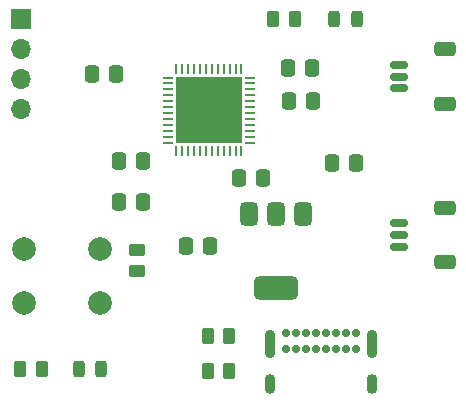
<source format=gbr>
%TF.GenerationSoftware,KiCad,Pcbnew,8.0.5*%
%TF.CreationDate,2025-10-28T17:55:05-05:00*%
%TF.ProjectId,Microcontroller,4d696372-6f63-46f6-9e74-726f6c6c6572,rev?*%
%TF.SameCoordinates,Original*%
%TF.FileFunction,Soldermask,Top*%
%TF.FilePolarity,Negative*%
%FSLAX46Y46*%
G04 Gerber Fmt 4.6, Leading zero omitted, Abs format (unit mm)*
G04 Created by KiCad (PCBNEW 8.0.5) date 2025-10-28 17:55:05*
%MOMM*%
%LPD*%
G01*
G04 APERTURE LIST*
G04 Aperture macros list*
%AMRoundRect*
0 Rectangle with rounded corners*
0 $1 Rounding radius*
0 $2 $3 $4 $5 $6 $7 $8 $9 X,Y pos of 4 corners*
0 Add a 4 corners polygon primitive as box body*
4,1,4,$2,$3,$4,$5,$6,$7,$8,$9,$2,$3,0*
0 Add four circle primitives for the rounded corners*
1,1,$1+$1,$2,$3*
1,1,$1+$1,$4,$5*
1,1,$1+$1,$6,$7*
1,1,$1+$1,$8,$9*
0 Add four rect primitives between the rounded corners*
20,1,$1+$1,$2,$3,$4,$5,0*
20,1,$1+$1,$4,$5,$6,$7,0*
20,1,$1+$1,$6,$7,$8,$9,0*
20,1,$1+$1,$8,$9,$2,$3,0*%
G04 Aperture macros list end*
%ADD10RoundRect,0.250000X0.262500X0.450000X-0.262500X0.450000X-0.262500X-0.450000X0.262500X-0.450000X0*%
%ADD11RoundRect,0.250000X-0.337500X-0.475000X0.337500X-0.475000X0.337500X0.475000X-0.337500X0.475000X0*%
%ADD12C,2.000000*%
%ADD13RoundRect,0.243750X0.243750X0.456250X-0.243750X0.456250X-0.243750X-0.456250X0.243750X-0.456250X0*%
%ADD14C,0.700000*%
%ADD15O,0.900000X2.400000*%
%ADD16O,0.900000X1.700000*%
%ADD17RoundRect,0.150000X0.625000X-0.150000X0.625000X0.150000X-0.625000X0.150000X-0.625000X-0.150000X0*%
%ADD18RoundRect,0.250000X0.650000X-0.350000X0.650000X0.350000X-0.650000X0.350000X-0.650000X-0.350000X0*%
%ADD19RoundRect,0.375000X-0.375000X0.625000X-0.375000X-0.625000X0.375000X-0.625000X0.375000X0.625000X0*%
%ADD20RoundRect,0.500000X-1.400000X0.500000X-1.400000X-0.500000X1.400000X-0.500000X1.400000X0.500000X0*%
%ADD21RoundRect,0.250000X-0.262500X-0.450000X0.262500X-0.450000X0.262500X0.450000X-0.262500X0.450000X0*%
%ADD22RoundRect,0.062500X0.062500X-0.375000X0.062500X0.375000X-0.062500X0.375000X-0.062500X-0.375000X0*%
%ADD23RoundRect,0.062500X0.375000X-0.062500X0.375000X0.062500X-0.375000X0.062500X-0.375000X-0.062500X0*%
%ADD24R,5.600000X5.600000*%
%ADD25R,1.700000X1.700000*%
%ADD26O,1.700000X1.700000*%
%ADD27RoundRect,0.250000X-0.450000X0.262500X-0.450000X-0.262500X0.450000X-0.262500X0.450000X0.262500X0*%
G04 APERTURE END LIST*
D10*
%TO.C,R5*%
X98535000Y-134120000D03*
X96710000Y-134120000D03*
%TD*%
%TO.C,5.1*%
X98535000Y-137070000D03*
X96710000Y-137070000D03*
%TD*%
D11*
%TO.C,C6*%
X105637500Y-114230000D03*
X103562500Y-114230000D03*
%TD*%
%TO.C,C4*%
X91277500Y-119300000D03*
X89202500Y-119300000D03*
%TD*%
%TO.C,C7*%
X94845000Y-126510000D03*
X96920000Y-126510000D03*
%TD*%
D12*
%TO.C,SW1*%
X81130000Y-126810000D03*
X87630000Y-126810000D03*
X81130000Y-131310000D03*
X87630000Y-131310000D03*
%TD*%
D13*
%TO.C,D2*%
X109320000Y-107300000D03*
X107445000Y-107300000D03*
%TD*%
D14*
%TO.C,USBC1*%
X103330000Y-133870000D03*
X104180000Y-133870000D03*
X105030000Y-133870000D03*
X105880000Y-133870000D03*
X106730000Y-133870000D03*
X107580000Y-133870000D03*
X108430000Y-133870000D03*
X109280000Y-133870000D03*
X109280000Y-135220000D03*
X108430000Y-135220000D03*
X107580000Y-135220000D03*
X106730000Y-135220000D03*
X105880000Y-135220000D03*
X105030000Y-135220000D03*
X104180000Y-135220000D03*
X103330000Y-135220000D03*
D15*
X101980000Y-134850000D03*
D16*
X101980000Y-138230000D03*
D15*
X110630000Y-134850000D03*
D16*
X110630000Y-138230000D03*
%TD*%
D17*
%TO.C,J3*%
X112920000Y-113170000D03*
X112920000Y-112170000D03*
X112920000Y-111170000D03*
D18*
X116795000Y-114470000D03*
X116795000Y-109870000D03*
%TD*%
D11*
%TO.C,C1*%
X99325000Y-120720000D03*
X101400000Y-120720000D03*
%TD*%
D19*
%TO.C,PWRregu1*%
X104790000Y-123810000D03*
X102490000Y-123810000D03*
D20*
X102490000Y-130110000D03*
D19*
X100190000Y-123810000D03*
%TD*%
D21*
%TO.C,R2*%
X102285000Y-107300000D03*
X104110000Y-107300000D03*
%TD*%
D22*
%TO.C,U3*%
X94070000Y-118445000D03*
X94570000Y-118445000D03*
X95070000Y-118445000D03*
X95570000Y-118445000D03*
X96070000Y-118445000D03*
X96570000Y-118445000D03*
X97070000Y-118445000D03*
X97570000Y-118445000D03*
X98070000Y-118445000D03*
X98570000Y-118445000D03*
X99070000Y-118445000D03*
X99570000Y-118445000D03*
D23*
X100257500Y-117757500D03*
X100257500Y-117257500D03*
X100257500Y-116757500D03*
X100257500Y-116257500D03*
X100257500Y-115757500D03*
X100257500Y-115257500D03*
X100257500Y-114757500D03*
X100257500Y-114257500D03*
X100257500Y-113757500D03*
X100257500Y-113257500D03*
X100257500Y-112757500D03*
X100257500Y-112257500D03*
D22*
X99570000Y-111570000D03*
X99070000Y-111570000D03*
X98570000Y-111570000D03*
X98070000Y-111570000D03*
X97570000Y-111570000D03*
X97070000Y-111570000D03*
X96570000Y-111570000D03*
X96070000Y-111570000D03*
X95570000Y-111570000D03*
X95070000Y-111570000D03*
X94570000Y-111570000D03*
X94070000Y-111570000D03*
D23*
X93382500Y-112257500D03*
X93382500Y-112757500D03*
X93382500Y-113257500D03*
X93382500Y-113757500D03*
X93382500Y-114257500D03*
X93382500Y-114757500D03*
X93382500Y-115257500D03*
X93382500Y-115757500D03*
X93382500Y-116257500D03*
X93382500Y-116757500D03*
X93382500Y-117257500D03*
X93382500Y-117757500D03*
D24*
X96820000Y-115007500D03*
%TD*%
D21*
%TO.C,R1*%
X80862500Y-136890000D03*
X82687500Y-136890000D03*
%TD*%
D25*
%TO.C,ST-Link1*%
X80920000Y-107340000D03*
D26*
X80920000Y-109880000D03*
X80920000Y-112420000D03*
X80920000Y-114960000D03*
%TD*%
D11*
%TO.C,C5*%
X105550000Y-111440000D03*
X103475000Y-111440000D03*
%TD*%
D17*
%TO.C,J2*%
X112920000Y-126600000D03*
X112920000Y-125600000D03*
X112920000Y-124600000D03*
D18*
X116795000Y-127900000D03*
X116795000Y-123300000D03*
%TD*%
D11*
%TO.C,C2*%
X86890000Y-111940000D03*
X88965000Y-111940000D03*
%TD*%
%TO.C,C8*%
X107235000Y-119530000D03*
X109310000Y-119530000D03*
%TD*%
%TO.C,C3*%
X91267500Y-122810000D03*
X89192500Y-122810000D03*
%TD*%
D27*
%TO.C,R3*%
X90710000Y-126815000D03*
X90710000Y-128640000D03*
%TD*%
D13*
%TO.C,D1*%
X87697500Y-136890000D03*
X85822500Y-136890000D03*
%TD*%
M02*

</source>
